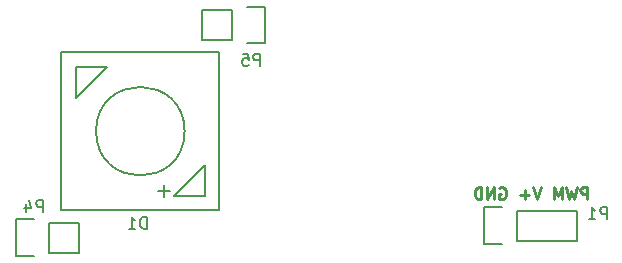
<source format=gbr>
G04 #@! TF.FileFunction,Legend,Bot*
%FSLAX46Y46*%
G04 Gerber Fmt 4.6, Leading zero omitted, Abs format (unit mm)*
G04 Created by KiCad (PCBNEW 4.0.4-stable) date 12/28/16 17:41:51*
%MOMM*%
%LPD*%
G01*
G04 APERTURE LIST*
%ADD10C,0.100000*%
%ADD11C,0.250000*%
%ADD12C,0.150000*%
G04 APERTURE END LIST*
D10*
D11*
X137838095Y-105752381D02*
X137838095Y-104752381D01*
X137457142Y-104752381D01*
X137361904Y-104800000D01*
X137314285Y-104847619D01*
X137266666Y-104942857D01*
X137266666Y-105085714D01*
X137314285Y-105180952D01*
X137361904Y-105228571D01*
X137457142Y-105276190D01*
X137838095Y-105276190D01*
X136933333Y-104752381D02*
X136695238Y-105752381D01*
X136504761Y-105038095D01*
X136314285Y-105752381D01*
X136076190Y-104752381D01*
X135695238Y-105752381D02*
X135695238Y-104752381D01*
X135361904Y-105466667D01*
X135028571Y-104752381D01*
X135028571Y-105752381D01*
X133933333Y-104752381D02*
X133600000Y-105752381D01*
X133266666Y-104752381D01*
X132933333Y-105371429D02*
X132171428Y-105371429D01*
X132552380Y-105752381D02*
X132552380Y-104990476D01*
X130409523Y-104800000D02*
X130504761Y-104752381D01*
X130647618Y-104752381D01*
X130790476Y-104800000D01*
X130885714Y-104895238D01*
X130933333Y-104990476D01*
X130980952Y-105180952D01*
X130980952Y-105323810D01*
X130933333Y-105514286D01*
X130885714Y-105609524D01*
X130790476Y-105704762D01*
X130647618Y-105752381D01*
X130552380Y-105752381D01*
X130409523Y-105704762D01*
X130361904Y-105657143D01*
X130361904Y-105323810D01*
X130552380Y-105323810D01*
X129933333Y-105752381D02*
X129933333Y-104752381D01*
X129361904Y-105752381D01*
X129361904Y-104752381D01*
X128885714Y-105752381D02*
X128885714Y-104752381D01*
X128647619Y-104752381D01*
X128504761Y-104800000D01*
X128409523Y-104895238D01*
X128361904Y-104990476D01*
X128314285Y-105180952D01*
X128314285Y-105323810D01*
X128361904Y-105514286D01*
X128409523Y-105609524D01*
X128504761Y-105704762D01*
X128647619Y-105752381D01*
X128885714Y-105752381D01*
D12*
X89450000Y-107450000D02*
X91000000Y-107450000D01*
X94810000Y-107730000D02*
X92270000Y-107730000D01*
X92270000Y-107730000D02*
X92270000Y-110270000D01*
X91000000Y-110550000D02*
X89450000Y-110550000D01*
X89450000Y-110550000D02*
X89450000Y-107450000D01*
X92270000Y-110270000D02*
X94810000Y-110270000D01*
X94810000Y-110270000D02*
X94810000Y-107730000D01*
X102032000Y-105588000D02*
X102032000Y-104572000D01*
X101524000Y-105080000D02*
X102540000Y-105080000D01*
X94545000Y-97145000D02*
X97145000Y-94545000D01*
X94545000Y-97145000D02*
X94545000Y-94545000D01*
X94545000Y-94545000D02*
X97145000Y-94545000D01*
X105455000Y-102855000D02*
X102855000Y-105455000D01*
X105455000Y-105455000D02*
X105455000Y-102855000D01*
X102855000Y-105455000D02*
X105455000Y-105455000D01*
X103750000Y-100000000D02*
G75*
G03X103750000Y-100000000I-3750000J0D01*
G01*
X93325000Y-106675000D02*
X93325000Y-93325000D01*
X93325000Y-93325000D02*
X106675000Y-93325000D01*
X106675000Y-106675000D02*
X106675000Y-93325000D01*
X93325000Y-106675000D02*
X106675000Y-106675000D01*
X110550000Y-92550000D02*
X109000000Y-92550000D01*
X105190000Y-92270000D02*
X107730000Y-92270000D01*
X107730000Y-92270000D02*
X107730000Y-89730000D01*
X109000000Y-89450000D02*
X110550000Y-89450000D01*
X110550000Y-89450000D02*
X110550000Y-92550000D01*
X107730000Y-89730000D02*
X105190000Y-89730000D01*
X105190000Y-89730000D02*
X105190000Y-92270000D01*
X130660000Y-109550000D02*
X129110000Y-109550000D01*
X129110000Y-109550000D02*
X129110000Y-106450000D01*
X129110000Y-106450000D02*
X130660000Y-106450000D01*
X131930000Y-109270000D02*
X137010000Y-109270000D01*
X137010000Y-109270000D02*
X137010000Y-106730000D01*
X137010000Y-106730000D02*
X131930000Y-106730000D01*
X131930000Y-106730000D02*
X131930000Y-109270000D01*
X91738095Y-106852381D02*
X91738095Y-105852381D01*
X91357142Y-105852381D01*
X91261904Y-105900000D01*
X91214285Y-105947619D01*
X91166666Y-106042857D01*
X91166666Y-106185714D01*
X91214285Y-106280952D01*
X91261904Y-106328571D01*
X91357142Y-106376190D01*
X91738095Y-106376190D01*
X90309523Y-106185714D02*
X90309523Y-106852381D01*
X90547619Y-105804762D02*
X90785714Y-106519048D01*
X90166666Y-106519048D01*
X100538095Y-108252381D02*
X100538095Y-107252381D01*
X100300000Y-107252381D01*
X100157142Y-107300000D01*
X100061904Y-107395238D01*
X100014285Y-107490476D01*
X99966666Y-107680952D01*
X99966666Y-107823810D01*
X100014285Y-108014286D01*
X100061904Y-108109524D01*
X100157142Y-108204762D01*
X100300000Y-108252381D01*
X100538095Y-108252381D01*
X99014285Y-108252381D02*
X99585714Y-108252381D01*
X99300000Y-108252381D02*
X99300000Y-107252381D01*
X99395238Y-107395238D01*
X99490476Y-107490476D01*
X99585714Y-107538095D01*
X110138095Y-94452381D02*
X110138095Y-93452381D01*
X109757142Y-93452381D01*
X109661904Y-93500000D01*
X109614285Y-93547619D01*
X109566666Y-93642857D01*
X109566666Y-93785714D01*
X109614285Y-93880952D01*
X109661904Y-93928571D01*
X109757142Y-93976190D01*
X110138095Y-93976190D01*
X108661904Y-93452381D02*
X109138095Y-93452381D01*
X109185714Y-93928571D01*
X109138095Y-93880952D01*
X109042857Y-93833333D01*
X108804761Y-93833333D01*
X108709523Y-93880952D01*
X108661904Y-93928571D01*
X108614285Y-94023810D01*
X108614285Y-94261905D01*
X108661904Y-94357143D01*
X108709523Y-94404762D01*
X108804761Y-94452381D01*
X109042857Y-94452381D01*
X109138095Y-94404762D01*
X109185714Y-94357143D01*
X139488095Y-107452381D02*
X139488095Y-106452381D01*
X139107142Y-106452381D01*
X139011904Y-106500000D01*
X138964285Y-106547619D01*
X138916666Y-106642857D01*
X138916666Y-106785714D01*
X138964285Y-106880952D01*
X139011904Y-106928571D01*
X139107142Y-106976190D01*
X139488095Y-106976190D01*
X137964285Y-107452381D02*
X138535714Y-107452381D01*
X138250000Y-107452381D02*
X138250000Y-106452381D01*
X138345238Y-106595238D01*
X138440476Y-106690476D01*
X138535714Y-106738095D01*
M02*

</source>
